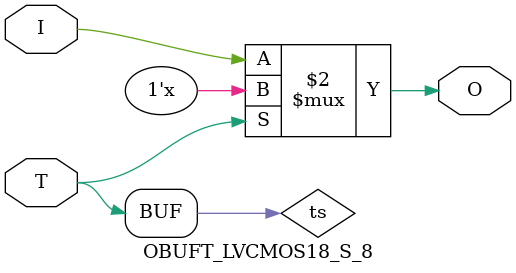
<source format=v>

/*

FUNCTION	: TRI-STATE OUTPUT BUFFER

*/

`celldefine
`timescale  100 ps / 10 ps

module OBUFT_LVCMOS18_S_8 (O, I, T);

    output O;

    input  I, T;

    or O1 (ts, 1'b0, T);
    bufif0 T1 (O, I, ts);

endmodule

</source>
